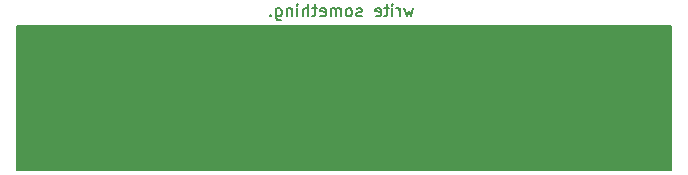
<source format=gbr>
%TF.GenerationSoftware,KiCad,Pcbnew,6.0.2+dfsg-1~bpo11+1*%
%TF.CreationDate,2022-03-03T13:43:19-05:00*%
%TF.ProjectId,RFM98PW-433S2_breakout,52464d39-3850-4572-9d34-333353325f62,rev?*%
%TF.SameCoordinates,Original*%
%TF.FileFunction,Legend,Bot*%
%TF.FilePolarity,Positive*%
%FSLAX46Y46*%
G04 Gerber Fmt 4.6, Leading zero omitted, Abs format (unit mm)*
G04 Created by KiCad (PCBNEW 6.0.2+dfsg-1~bpo11+1) date 2022-03-03 13:43:19*
%MOMM*%
%LPD*%
G01*
G04 APERTURE LIST*
%ADD10C,0.150000*%
G04 APERTURE END LIST*
D10*
X174498000Y-91440000D02*
X119126000Y-91440000D01*
X119126000Y-91440000D02*
X119126000Y-103632000D01*
X119126000Y-103632000D02*
X174498000Y-103632000D01*
X174498000Y-103632000D02*
X174498000Y-91440000D01*
G36*
X174498000Y-91440000D02*
G01*
X119126000Y-91440000D01*
X119126000Y-103632000D01*
X174498000Y-103632000D01*
X174498000Y-91440000D01*
G37*
X152653238Y-89955714D02*
X152462761Y-90622380D01*
X152272285Y-90146190D01*
X152081809Y-90622380D01*
X151891333Y-89955714D01*
X151510380Y-90622380D02*
X151510380Y-89955714D01*
X151510380Y-90146190D02*
X151462761Y-90050952D01*
X151415142Y-90003333D01*
X151319904Y-89955714D01*
X151224666Y-89955714D01*
X150891333Y-90622380D02*
X150891333Y-89955714D01*
X150891333Y-89622380D02*
X150938952Y-89670000D01*
X150891333Y-89717619D01*
X150843714Y-89670000D01*
X150891333Y-89622380D01*
X150891333Y-89717619D01*
X150558000Y-89955714D02*
X150177047Y-89955714D01*
X150415142Y-89622380D02*
X150415142Y-90479523D01*
X150367523Y-90574761D01*
X150272285Y-90622380D01*
X150177047Y-90622380D01*
X149462761Y-90574761D02*
X149558000Y-90622380D01*
X149748476Y-90622380D01*
X149843714Y-90574761D01*
X149891333Y-90479523D01*
X149891333Y-90098571D01*
X149843714Y-90003333D01*
X149748476Y-89955714D01*
X149558000Y-89955714D01*
X149462761Y-90003333D01*
X149415142Y-90098571D01*
X149415142Y-90193809D01*
X149891333Y-90289047D01*
X148272285Y-90574761D02*
X148177047Y-90622380D01*
X147986571Y-90622380D01*
X147891333Y-90574761D01*
X147843714Y-90479523D01*
X147843714Y-90431904D01*
X147891333Y-90336666D01*
X147986571Y-90289047D01*
X148129428Y-90289047D01*
X148224666Y-90241428D01*
X148272285Y-90146190D01*
X148272285Y-90098571D01*
X148224666Y-90003333D01*
X148129428Y-89955714D01*
X147986571Y-89955714D01*
X147891333Y-90003333D01*
X147272285Y-90622380D02*
X147367523Y-90574761D01*
X147415142Y-90527142D01*
X147462761Y-90431904D01*
X147462761Y-90146190D01*
X147415142Y-90050952D01*
X147367523Y-90003333D01*
X147272285Y-89955714D01*
X147129428Y-89955714D01*
X147034190Y-90003333D01*
X146986571Y-90050952D01*
X146938952Y-90146190D01*
X146938952Y-90431904D01*
X146986571Y-90527142D01*
X147034190Y-90574761D01*
X147129428Y-90622380D01*
X147272285Y-90622380D01*
X146510380Y-90622380D02*
X146510380Y-89955714D01*
X146510380Y-90050952D02*
X146462761Y-90003333D01*
X146367523Y-89955714D01*
X146224666Y-89955714D01*
X146129428Y-90003333D01*
X146081809Y-90098571D01*
X146081809Y-90622380D01*
X146081809Y-90098571D02*
X146034190Y-90003333D01*
X145938952Y-89955714D01*
X145796095Y-89955714D01*
X145700857Y-90003333D01*
X145653238Y-90098571D01*
X145653238Y-90622380D01*
X144796095Y-90574761D02*
X144891333Y-90622380D01*
X145081809Y-90622380D01*
X145177047Y-90574761D01*
X145224666Y-90479523D01*
X145224666Y-90098571D01*
X145177047Y-90003333D01*
X145081809Y-89955714D01*
X144891333Y-89955714D01*
X144796095Y-90003333D01*
X144748476Y-90098571D01*
X144748476Y-90193809D01*
X145224666Y-90289047D01*
X144462761Y-89955714D02*
X144081809Y-89955714D01*
X144319904Y-89622380D02*
X144319904Y-90479523D01*
X144272285Y-90574761D01*
X144177047Y-90622380D01*
X144081809Y-90622380D01*
X143748476Y-90622380D02*
X143748476Y-89622380D01*
X143319904Y-90622380D02*
X143319904Y-90098571D01*
X143367523Y-90003333D01*
X143462761Y-89955714D01*
X143605619Y-89955714D01*
X143700857Y-90003333D01*
X143748476Y-90050952D01*
X142843714Y-90622380D02*
X142843714Y-89955714D01*
X142843714Y-89622380D02*
X142891333Y-89670000D01*
X142843714Y-89717619D01*
X142796095Y-89670000D01*
X142843714Y-89622380D01*
X142843714Y-89717619D01*
X142367523Y-89955714D02*
X142367523Y-90622380D01*
X142367523Y-90050952D02*
X142319904Y-90003333D01*
X142224666Y-89955714D01*
X142081809Y-89955714D01*
X141986571Y-90003333D01*
X141938952Y-90098571D01*
X141938952Y-90622380D01*
X141034190Y-89955714D02*
X141034190Y-90765238D01*
X141081809Y-90860476D01*
X141129428Y-90908095D01*
X141224666Y-90955714D01*
X141367523Y-90955714D01*
X141462761Y-90908095D01*
X141034190Y-90574761D02*
X141129428Y-90622380D01*
X141319904Y-90622380D01*
X141415142Y-90574761D01*
X141462761Y-90527142D01*
X141510380Y-90431904D01*
X141510380Y-90146190D01*
X141462761Y-90050952D01*
X141415142Y-90003333D01*
X141319904Y-89955714D01*
X141129428Y-89955714D01*
X141034190Y-90003333D01*
X140558000Y-90527142D02*
X140510380Y-90574761D01*
X140558000Y-90622380D01*
X140605619Y-90574761D01*
X140558000Y-90527142D01*
X140558000Y-90622380D01*
M02*

</source>
